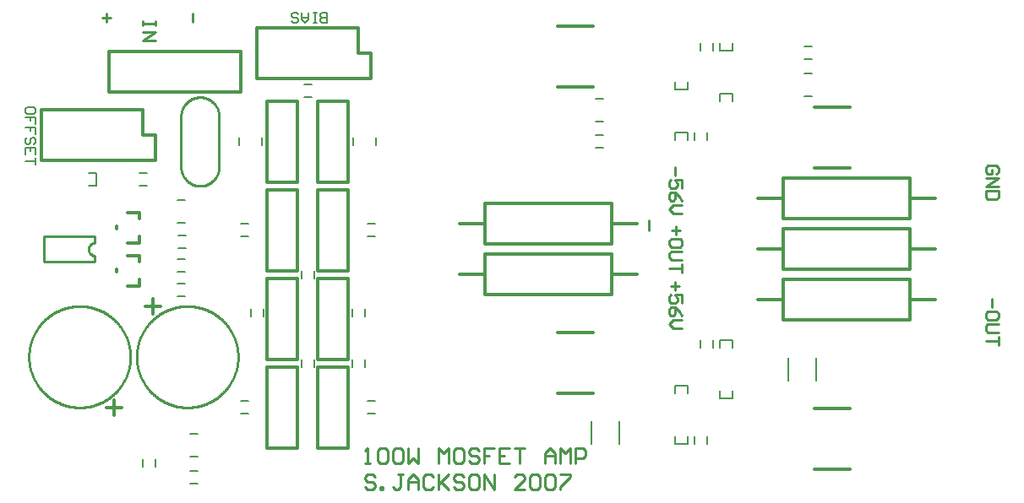
<source format=gto>
*%FSLAX25Y25*%
*%MOIN*%
G01*
%ADD11C,0.00600*%
%ADD12C,0.00733*%
%ADD13C,0.00800*%
%ADD14C,0.01000*%
%ADD15C,0.01200*%
%ADD16C,0.01500*%
%ADD17C,0.02000*%
%ADD18C,0.02500*%
%ADD19C,0.03000*%
%ADD20C,0.03000*%
%ADD21O,0.03000X0.08000*%
%ADD22O,0.03800X0.08800*%
%ADD23C,0.04000*%
%ADD24C,0.04000*%
%ADD25C,0.05000*%
%ADD26C,0.06000*%
%ADD27C,0.06800*%
%ADD28C,0.07000*%
%ADD29C,0.08000*%
%ADD30C,0.08000*%
%ADD31C,0.08800*%
%ADD32O,0.09000X0.07000*%
%ADD33O,0.09800X0.07800*%
%ADD34C,0.10000*%
%ADD35C,0.10000*%
%ADD36C,0.12000*%
%ADD37C,0.12000*%
%ADD38C,0.12500*%
%ADD39C,0.12800*%
%ADD40O,0.15000X0.12000*%
%ADD41O,0.15800X0.12800*%
%ADD42C,0.16500*%
%ADD43C,0.25000*%
%ADD44R,0.04000X0.04000*%
%ADD45R,0.04800X0.04800*%
%ADD46R,0.05000X0.04000*%
%ADD47R,0.05800X0.04800*%
%ADD48R,0.06000X0.06000*%
%ADD49R,0.06000X0.10000*%
%ADD50R,0.06800X0.06800*%
%ADD51R,0.06800X0.10800*%
%ADD52R,0.08000X0.20000*%
%ADD53R,0.08800X0.20800*%
%ADD54R,0.10000X0.06000*%
%ADD55R,0.10000X0.10000*%
%ADD56R,0.10000X0.24000*%
%ADD57R,0.10800X0.06800*%
%ADD58R,0.10800X0.24800*%
%ADD59R,0.12000X0.06000*%
%ADD60R,0.12800X0.06800*%
%ADD61R,0.20000X0.20000*%
D11*
X807999Y854001D02*
Y855333D01*
X807332Y856000D01*
X804666D01*
X804000Y855333D01*
Y854001D01*
X804666Y853334D01*
X807332D01*
X807999Y854001D01*
Y852001D02*
Y849335D01*
Y852001D02*
X805999D01*
Y850668D01*
Y852001D01*
X804000D01*
X807999Y848003D02*
Y845337D01*
Y848003D02*
X805999D01*
Y846670D01*
Y848003D01*
X804000D01*
X807999Y842005D02*
X807332Y841338D01*
X807999Y842005D02*
Y843337D01*
X807332Y844004D01*
X806666D01*
X805999Y843337D01*
Y842005D01*
X805333Y841338D01*
X804666D01*
X804000Y842005D01*
Y843337D01*
X804666Y844004D01*
X807999Y840005D02*
Y837339D01*
Y840005D02*
X804000D01*
Y837339D01*
X805999Y838672D02*
Y840005D01*
X807999Y836007D02*
Y833341D01*
Y834674D01*
X804000D01*
X923000Y889501D02*
Y893500D01*
X921001D01*
X920334Y892833D01*
Y892167D01*
X921001Y891501D01*
X923000D01*
X923001D01*
X923000D02*
X923001D01*
X923000D02*
X923001D01*
X923000D02*
X921001D01*
X920334Y890834D01*
Y890168D01*
X921001Y889501D01*
X923000D01*
X919001D02*
X917668D01*
X918335D01*
Y893500D01*
X919001D01*
X917668D01*
X915669D02*
Y890834D01*
X914336Y889501D01*
X913003Y890834D01*
Y893500D01*
Y891501D01*
X915669D01*
X909671Y889501D02*
X909005Y890168D01*
X909671Y889501D02*
X911004D01*
X911670Y890168D01*
Y890834D01*
X911004Y891501D01*
X909671D01*
X909005Y892167D01*
Y892833D01*
X909671Y893500D01*
X911004D01*
X911670Y892833D01*
D13*
X1060500Y723000D02*
X1065500D01*
Y726000D01*
X1060500D02*
Y723000D01*
X1073000Y843000D02*
Y846000D01*
X1068000D02*
Y843000D01*
X1032000Y845000D02*
X1029000D01*
Y840000D02*
X1032000D01*
Y859500D02*
X1029000D01*
Y850500D02*
X1032000D01*
X1038500Y732000D02*
Y723000D01*
X1027500D02*
Y732000D01*
X1060500Y846000D02*
X1065500D01*
X1060500D02*
Y843000D01*
X1065500D02*
Y846000D01*
X1073000Y726000D02*
Y723000D01*
X1068000D02*
Y726000D01*
X1065500Y863000D02*
X1060500D01*
X1065500D02*
Y866000D01*
X1060500D02*
Y863000D01*
X1065500Y746000D02*
Y743000D01*
X1060500D02*
Y746000D01*
X1065500D01*
X1111500Y880000D02*
X1114500D01*
Y875000D02*
X1111500D01*
Y869500D02*
X1114500D01*
Y860500D02*
X1111500D01*
X1116000Y757000D02*
Y748000D01*
X1105000D02*
Y757000D01*
X933000Y773500D02*
Y776500D01*
X938000D02*
Y773500D01*
X1078000Y878500D02*
Y881500D01*
X1083000D02*
Y878500D01*
X1078000D01*
X1083000Y764000D02*
Y761000D01*
X1078000D02*
Y764000D01*
X1083000D01*
X832000Y825000D02*
X829000D01*
Y830000D02*
X832000D01*
Y825000D01*
X850500Y717000D02*
Y714000D01*
X855500D02*
Y717000D01*
X869000Y707500D02*
X872000D01*
Y712500D02*
X869000D01*
X1075500Y878500D02*
Y881500D01*
X1070500D02*
Y878500D01*
X1075500Y764000D02*
Y761000D01*
X1070500D02*
Y764000D01*
X917000Y860000D02*
X914000D01*
Y865000D02*
X917000D01*
X939000Y805000D02*
X942000D01*
Y810000D02*
X939000D01*
Y735000D02*
X942000D01*
Y740000D02*
X939000D01*
X892000Y805000D02*
X889000D01*
Y810000D02*
X892000D01*
Y735000D02*
X889000D01*
Y740000D02*
X892000D01*
X918000Y753500D02*
Y756500D01*
X913000D02*
Y753500D01*
Y788500D02*
Y791500D01*
X918000D02*
Y788500D01*
X898000Y776500D02*
Y773500D01*
X893000D02*
Y776500D01*
X938000Y756500D02*
Y753500D01*
X933000D02*
Y756500D01*
X867000Y796000D02*
X864000D01*
Y791000D02*
X867000D01*
X852000Y830000D02*
X849000D01*
Y825000D02*
X852000D01*
X864000Y781500D02*
X867000D01*
Y786500D02*
X864000D01*
X864250Y800500D02*
X867250D01*
Y805500D02*
X864250D01*
X1083000Y858500D02*
Y861500D01*
X1078000D02*
Y858500D01*
Y861500D02*
X1083000D01*
Y741000D02*
X1078000D01*
X1083000D02*
Y744000D01*
X1078000D02*
Y741000D01*
X942500Y841000D02*
Y844000D01*
X933500D02*
Y841000D01*
X897500D02*
Y844000D01*
X888500D02*
Y841000D01*
X872000Y727000D02*
X869000D01*
Y718000D02*
X872000D01*
X867000Y810500D02*
X864000D01*
Y819500D02*
X867000D01*
D14*
X831500Y805000D02*
Y802500D01*
Y797500D02*
Y795000D01*
X811500D01*
Y805000D01*
X831500D01*
X865500Y832500D02*
Y852500D01*
X880500D02*
Y832500D01*
X1060499D02*
Y829168D01*
X1062998Y827502D02*
Y824169D01*
Y827502D02*
X1060499D01*
X1061332Y825835D01*
Y825002D01*
X1060499Y824169D01*
X1058833D01*
X1058000Y825002D01*
Y826669D01*
X1058833Y827502D01*
X1062165Y820837D02*
X1062998Y819171D01*
X1062165Y820837D02*
X1060499Y822503D01*
X1058833D01*
X1058000Y821670D01*
Y820004D01*
X1058833Y819171D01*
X1059666D01*
X1060499Y820004D01*
Y822503D01*
X1059666Y817505D02*
X1062998D01*
X1059666D02*
X1058000Y815839D01*
X1059666Y814173D01*
X1062998D01*
X1060499Y787000D02*
Y783668D01*
X1062165Y785334D02*
X1058833D01*
X1062998Y782002D02*
Y778669D01*
Y782002D02*
X1060499D01*
X1061332Y780335D01*
Y779502D01*
X1060499Y778669D01*
X1058833D01*
X1058000Y779502D01*
Y781169D01*
X1058833Y782002D01*
X1062165Y775337D02*
X1062998Y773671D01*
X1062165Y775337D02*
X1060499Y777003D01*
X1058833D01*
X1058000Y776170D01*
Y774504D01*
X1058833Y773671D01*
X1059666D01*
X1060499Y774504D01*
Y777003D01*
X1059666Y772005D02*
X1062998D01*
X1059666D02*
X1058000Y770339D01*
X1059666Y768673D01*
X1062998D01*
X1050001Y807500D02*
Y811499D01*
X1060615Y809250D02*
Y805918D01*
X1062281Y807584D02*
X1058949D01*
X1063114Y803419D02*
Y801752D01*
Y803419D02*
X1062281Y804252D01*
X1058949D01*
X1058116Y803419D01*
Y801752D01*
X1058949Y800919D01*
X1062281D01*
X1063114Y801752D01*
Y799253D02*
X1058949D01*
X1058116Y798420D01*
Y796754D01*
X1058949Y795921D01*
X1063114D01*
Y794255D02*
Y790923D01*
Y792589D01*
X1058116D01*
X869999Y889668D02*
Y893000D01*
X835999D02*
Y889668D01*
X837665Y891334D02*
X834333D01*
X855498Y890000D02*
Y888334D01*
Y889167D01*
X850500D01*
Y890000D01*
Y888334D01*
Y885835D02*
X855498D01*
X850500Y882502D01*
X855498D01*
X938000Y715500D02*
X939999D01*
X939000D01*
Y721498D01*
X939001D01*
X939000D02*
X938000Y720498D01*
X942998D02*
X943998Y721498D01*
X945997D01*
X946997Y720498D01*
Y716500D01*
X945997Y715500D01*
X943998D01*
X942998Y716500D01*
Y720498D01*
X948996D02*
X949996Y721498D01*
X951995D01*
X952995Y720498D01*
Y716500D01*
X951995Y715500D01*
X949996D01*
X948996Y716500D01*
Y720498D01*
X954994Y721498D02*
Y715500D01*
X956994Y717499D01*
X958993Y715500D01*
Y721498D01*
X966991D02*
Y715500D01*
X968990Y719499D02*
X966991Y721498D01*
X968990Y719499D02*
X970989Y721498D01*
Y715500D01*
X973988Y721498D02*
X975988D01*
X973988D02*
X972989Y720498D01*
Y716500D01*
X973988Y715500D01*
X975988D01*
X976987Y716500D01*
Y720498D01*
X975988Y721498D01*
X981986D02*
X982985Y720498D01*
X981986Y721498D02*
X979986D01*
X978987Y720498D01*
Y719499D01*
X979986Y718499D01*
X981986D01*
X982985Y717499D01*
Y716500D01*
X981986Y715500D01*
X979986D01*
X978987Y716500D01*
X984985Y721498D02*
X988983D01*
X984985D02*
Y718499D01*
X986984D01*
X984985D01*
Y715500D01*
X990983Y721498D02*
X994982D01*
X990983D02*
Y715500D01*
X994982D01*
X992982Y718499D02*
X990983D01*
X996981Y721498D02*
X1000980D01*
X998980D01*
Y715500D01*
X1008977D02*
Y719499D01*
X1010976Y721498D01*
X1012976Y719499D01*
Y715500D01*
Y718499D01*
X1008977D01*
X1014975Y715500D02*
Y721498D01*
X1016975Y719499D01*
X1018974Y721498D01*
Y715500D01*
X1020973D02*
Y721498D01*
X1023972D01*
X1024972Y720498D01*
Y718499D01*
X1023972Y717499D01*
X1020973D01*
X941999Y709998D02*
X940999Y710998D01*
X939000D01*
X938000Y709998D01*
Y708999D01*
X939000Y707999D01*
X940999D01*
X941999Y706999D01*
Y706000D01*
X940999Y705000D01*
X939000D01*
X938000Y706000D01*
X943998D02*
Y705000D01*
Y706000D02*
X944998D01*
Y705000D01*
X943998D01*
X950996Y710998D02*
X952995D01*
X951995D02*
X950996D01*
X951995D02*
Y706000D01*
X950996Y705000D01*
X949996D01*
X948996Y706000D01*
X954994Y705000D02*
Y708999D01*
X956994Y710998D01*
X958993Y708999D01*
Y705000D01*
Y707999D01*
X954994D01*
X963992Y710998D02*
X964991Y709998D01*
X963992Y710998D02*
X961992D01*
X960993Y709998D01*
Y706000D01*
X961992Y705000D01*
X963992D01*
X964991Y706000D01*
X966991Y705000D02*
Y710998D01*
Y706999D02*
Y705000D01*
Y706999D02*
X970989Y710998D01*
X967990Y707999D01*
X970989Y705000D01*
X976987Y709998D02*
X975988Y710998D01*
X973988D01*
X972989Y709998D01*
Y708999D01*
X973988Y707999D01*
X975988D01*
X976987Y706999D01*
Y706000D01*
X975988Y705000D01*
X973988D01*
X972989Y706000D01*
X979986Y710998D02*
X981986D01*
X979986D02*
X978987Y709998D01*
Y706000D01*
X979986Y705000D01*
X981986D01*
X982985Y706000D01*
Y709998D01*
X981986Y710998D01*
X984985D02*
Y705000D01*
X988983D02*
X984985Y710998D01*
X988983D02*
Y705000D01*
X996981D02*
X1000980D01*
X996981D02*
X1000980Y708999D01*
Y709998D01*
X999980Y710998D01*
X997981D01*
X996981Y709998D01*
X1002979D02*
X1003979Y710998D01*
X1005978D01*
X1006978Y709998D01*
Y706000D01*
X1005978Y705000D01*
X1003979D01*
X1002979Y706000D01*
Y709998D01*
X1008977D02*
X1009977Y710998D01*
X1011976D01*
X1012976Y709998D01*
Y706000D01*
X1011976Y705000D01*
X1009977D01*
X1008977Y706000D01*
Y709998D01*
X1014975Y710998D02*
X1018974D01*
Y709998D01*
X1014975Y706000D01*
Y705000D01*
X1187165Y829668D02*
X1187998Y830501D01*
Y832167D01*
X1187165Y833000D01*
X1183833D01*
X1183000Y832167D01*
Y830501D01*
X1183833Y829668D01*
X1185499D01*
Y831334D01*
X1183000Y828002D02*
X1187998D01*
X1183000Y824669D01*
X1187998D01*
Y823003D02*
X1183000D01*
Y820504D01*
X1183833Y819671D01*
X1187165D01*
X1187998Y820504D01*
Y823003D01*
X1185499Y780500D02*
Y777168D01*
X1187998Y774669D02*
Y773002D01*
Y774669D02*
X1187165Y775502D01*
X1183833D01*
X1183000Y774669D01*
Y773002D01*
X1183833Y772169D01*
X1187165D01*
X1187998Y773002D01*
Y770503D02*
X1183833D01*
X1183000Y769670D01*
Y768004D01*
X1183833Y767171D01*
X1187998D01*
Y765505D02*
Y762173D01*
Y763839D01*
X1183000D01*
X831500Y797500D02*
X831174Y797521D01*
X830853Y797585D01*
X830543Y797690D01*
X830250Y797835D01*
X829978Y798017D01*
X829732Y798232D01*
X829517Y798478D01*
X829335Y798750D01*
X829190Y799043D01*
X829085Y799353D01*
X829021Y799674D01*
X829000Y800000D01*
X829021Y800326D01*
X829085Y800647D01*
X829190Y800957D01*
X829335Y801250D01*
X829517Y801522D01*
X829732Y801768D01*
X829978Y801983D01*
X830250Y802165D01*
X830543Y802310D01*
X830853Y802415D01*
X831174Y802479D01*
X831500Y802500D01*
X888000Y757500D02*
X887997Y757168D01*
X887989Y756835D01*
X887975Y756503D01*
X887956Y756171D01*
X887931Y755840D01*
X887901Y755509D01*
X887865Y755178D01*
X887823Y754848D01*
X887777Y754519D01*
X887724Y754191D01*
X887667Y753864D01*
X887603Y753537D01*
X887535Y753212D01*
X887461Y752888D01*
X887382Y752565D01*
X887297Y752243D01*
X887207Y751923D01*
X887111Y751605D01*
X887011Y751288D01*
X886905Y750973D01*
X886794Y750660D01*
X886678Y750348D01*
X886556Y750039D01*
X886430Y749731D01*
X886298Y749426D01*
X886161Y749123D01*
X886019Y748822D01*
X885873Y748524D01*
X885721Y748228D01*
X885564Y747935D01*
X885403Y747644D01*
X885237Y747356D01*
X885066Y747071D01*
X884890Y746789D01*
X884710Y746510D01*
X884525Y746234D01*
X884335Y745960D01*
X884141Y745691D01*
X883943Y745424D01*
X883740Y745161D01*
X883533Y744901D01*
X883321Y744644D01*
X883105Y744391D01*
X882885Y744142D01*
X882661Y743897D01*
X882433Y743655D01*
X882201Y743417D01*
X881965Y743183D01*
X881725Y742952D01*
X881481Y742726D01*
X881234Y742504D01*
X880983Y742286D01*
X880728Y742073D01*
X880470Y741863D01*
X880208Y741658D01*
X879943Y741457D01*
X879675Y741261D01*
X879403Y741069D01*
X879129Y740882D01*
X878851Y740699D01*
X878570Y740521D01*
X878286Y740348D01*
X878000Y740180D01*
X877711Y740016D01*
X877419Y739857D01*
X877124Y739703D01*
X876827Y739553D01*
X876528Y739409D01*
X876226Y739270D01*
X875922Y739136D01*
X875615Y739006D01*
X875307Y738882D01*
X874996Y738764D01*
X874684Y738650D01*
X874370Y738541D01*
X874054Y738438D01*
X873736Y738340D01*
X873417Y738248D01*
X873096Y738160D01*
X872774Y738078D01*
X872450Y738001D01*
X872126Y737930D01*
X871800Y737864D01*
X871473Y737804D01*
X871145Y737749D01*
X870816Y737699D01*
X870487Y737655D01*
X870157Y737617D01*
X869826Y737584D01*
X869495Y737556D01*
X869163Y737534D01*
X868831Y737517D01*
X868499Y737506D01*
X868166Y737501D01*
X867834D01*
X867501Y737506D01*
X867169Y737517D01*
X866837Y737534D01*
X866505Y737556D01*
X866174Y737584D01*
X865843Y737617D01*
X865513Y737655D01*
X865184Y737699D01*
X864855Y737749D01*
X864527Y737804D01*
X864200Y737864D01*
X863874Y737930D01*
X863550Y738001D01*
X863226Y738078D01*
X862904Y738160D01*
X862583Y738248D01*
X862264Y738340D01*
X861946Y738438D01*
X861630Y738541D01*
X861316Y738650D01*
X861004Y738764D01*
X860693Y738882D01*
X860385Y739006D01*
X860078Y739136D01*
X859774Y739270D01*
X859472Y739409D01*
X859173Y739553D01*
X858876Y739703D01*
X858581Y739857D01*
X858289Y740016D01*
X858000Y740180D01*
X857714Y740348D01*
X857430Y740521D01*
X857149Y740699D01*
X856871Y740882D01*
X856597Y741069D01*
X856325Y741261D01*
X856057Y741457D01*
X855792Y741658D01*
X855530Y741863D01*
X855272Y742073D01*
X855017Y742286D01*
X854766Y742504D01*
X854519Y742726D01*
X854275Y742952D01*
X854035Y743183D01*
X853799Y743417D01*
X853567Y743655D01*
X853339Y743897D01*
X853115Y744142D01*
X852895Y744391D01*
X852679Y744644D01*
X852467Y744901D01*
X852260Y745161D01*
X852057Y745424D01*
X851859Y745691D01*
X851665Y745960D01*
X851475Y746234D01*
X851290Y746510D01*
X851110Y746789D01*
X850934Y747071D01*
X850763Y747356D01*
X850597Y747644D01*
X850436Y747935D01*
X850279Y748228D01*
X850127Y748524D01*
X849981Y748822D01*
X849839Y749123D01*
X849702Y749426D01*
X849570Y749731D01*
X849444Y750039D01*
X849322Y750348D01*
X849206Y750660D01*
X849095Y750973D01*
X848989Y751288D01*
X848889Y751605D01*
X848793Y751923D01*
X848703Y752243D01*
X848618Y752565D01*
X848539Y752888D01*
X848465Y753212D01*
X848397Y753537D01*
X848333Y753864D01*
X848276Y754191D01*
X848223Y754519D01*
X848177Y754848D01*
X848135Y755178D01*
X848099Y755509D01*
X848069Y755840D01*
X848044Y756171D01*
X848025Y756503D01*
X848011Y756835D01*
X848003Y757168D01*
X848000Y757500D01*
X848003Y757832D01*
X848011Y758165D01*
X848025Y758497D01*
X848044Y758829D01*
X848069Y759160D01*
X848099Y759491D01*
X848135Y759822D01*
X848177Y760152D01*
X848223Y760481D01*
X848276Y760809D01*
X848333Y761136D01*
X848397Y761463D01*
X848465Y761788D01*
X848539Y762112D01*
X848618Y762435D01*
X848703Y762757D01*
X848793Y763077D01*
X848889Y763395D01*
X848989Y763712D01*
X849095Y764027D01*
X849206Y764340D01*
X849322Y764652D01*
X849444Y764961D01*
X849570Y765269D01*
X849702Y765574D01*
X849839Y765877D01*
X849981Y766178D01*
X850127Y766476D01*
X850279Y766772D01*
X850436Y767065D01*
X850597Y767356D01*
X850763Y767644D01*
X850934Y767929D01*
X851110Y768211D01*
X851290Y768490D01*
X851475Y768766D01*
X851665Y769040D01*
X851859Y769309D01*
X852057Y769576D01*
X852260Y769839D01*
X852467Y770099D01*
X852679Y770356D01*
X852895Y770609D01*
X853115Y770858D01*
X853339Y771103D01*
X853567Y771345D01*
X853799Y771583D01*
X854035Y771817D01*
X854275Y772048D01*
X854519Y772274D01*
X854766Y772496D01*
X855017Y772714D01*
X855272Y772927D01*
X855530Y773137D01*
X855792Y773342D01*
X856057Y773543D01*
X856325Y773739D01*
X856597Y773931D01*
X856871Y774118D01*
X857149Y774301D01*
X857430Y774479D01*
X857714Y774652D01*
X858000Y774820D01*
X858289Y774984D01*
X858581Y775143D01*
X858876Y775297D01*
X859173Y775447D01*
X859472Y775591D01*
X859774Y775730D01*
X860078Y775864D01*
X860385Y775994D01*
X860693Y776118D01*
X861004Y776236D01*
X861316Y776350D01*
X861630Y776459D01*
X861946Y776562D01*
X862264Y776660D01*
X862583Y776752D01*
X862904Y776840D01*
X863226Y776922D01*
X863550Y776999D01*
X863874Y777070D01*
X864200Y777136D01*
X864527Y777196D01*
X864855Y777251D01*
X865184Y777301D01*
X865513Y777345D01*
X865843Y777383D01*
X866174Y777416D01*
X866505Y777444D01*
X866837Y777466D01*
X867169Y777483D01*
X867501Y777494D01*
X867834Y777499D01*
X868166D01*
X868499Y777494D01*
X868831Y777483D01*
X869163Y777466D01*
X869495Y777444D01*
X869826Y777416D01*
X870157Y777383D01*
X870487Y777345D01*
X870816Y777301D01*
X871145Y777251D01*
X871473Y777196D01*
X871800Y777136D01*
X872126Y777070D01*
X872450Y776999D01*
X872774Y776922D01*
X873096Y776840D01*
X873417Y776752D01*
X873736Y776660D01*
X874054Y776562D01*
X874370Y776459D01*
X874684Y776350D01*
X874996Y776236D01*
X875307Y776118D01*
X875615Y775994D01*
X875922Y775864D01*
X876226Y775730D01*
X876528Y775591D01*
X876827Y775447D01*
X877124Y775297D01*
X877419Y775143D01*
X877711Y774984D01*
X878000Y774820D01*
X878286Y774652D01*
X878570Y774479D01*
X878851Y774301D01*
X879129Y774118D01*
X879403Y773931D01*
X879675Y773739D01*
X879943Y773543D01*
X880208Y773342D01*
X880470Y773137D01*
X880728Y772927D01*
X880983Y772714D01*
X881234Y772496D01*
X881481Y772274D01*
X881725Y772048D01*
X881965Y771817D01*
X882201Y771583D01*
X882433Y771345D01*
X882661Y771103D01*
X882885Y770858D01*
X883105Y770609D01*
X883321Y770356D01*
X883533Y770099D01*
X883740Y769839D01*
X883943Y769576D01*
X884141Y769309D01*
X884335Y769040D01*
X884525Y768766D01*
X884710Y768490D01*
X884890Y768211D01*
X885066Y767929D01*
X885237Y767644D01*
X885403Y767356D01*
X885564Y767065D01*
X885721Y766772D01*
X885873Y766476D01*
X886019Y766178D01*
X886161Y765877D01*
X886298Y765574D01*
X886430Y765269D01*
X886556Y764961D01*
X886678Y764652D01*
X886794Y764340D01*
X886905Y764027D01*
X887011Y763712D01*
X887111Y763395D01*
X887207Y763077D01*
X887297Y762757D01*
X887382Y762435D01*
X887461Y762112D01*
X887535Y761788D01*
X887603Y761463D01*
X887667Y761136D01*
X887724Y760809D01*
X887777Y760481D01*
X887823Y760152D01*
X887865Y759822D01*
X887901Y759491D01*
X887931Y759160D01*
X887956Y758829D01*
X887975Y758497D01*
X887989Y758165D01*
X887997Y757832D01*
X888000Y757500D01*
X880500Y832500D02*
X880493Y832173D01*
X880472Y831846D01*
X880436Y831521D01*
X880386Y831198D01*
X880322Y830877D01*
X880244Y830559D01*
X880153Y830245D01*
X880048Y829935D01*
X879929Y829630D01*
X879797Y829330D01*
X879653Y829037D01*
X879495Y828750D01*
X879325Y828470D01*
X879144Y828198D01*
X878950Y827934D01*
X878745Y827679D01*
X878530Y827433D01*
X878303Y827197D01*
X878067Y826970D01*
X877821Y826755D01*
X877566Y826550D01*
X877302Y826356D01*
X877030Y826175D01*
X876750Y826005D01*
X876463Y825847D01*
X876170Y825703D01*
X875870Y825571D01*
X875565Y825452D01*
X875255Y825347D01*
X874941Y825256D01*
X874623Y825178D01*
X874302Y825114D01*
X873979Y825064D01*
X873654Y825028D01*
X873327Y825007D01*
X873000Y825000D01*
X872673Y825007D01*
X872346Y825028D01*
X872021Y825064D01*
X871698Y825114D01*
X871377Y825178D01*
X871059Y825256D01*
X870745Y825347D01*
X870435Y825452D01*
X870130Y825571D01*
X869830Y825703D01*
X869537Y825847D01*
X869250Y826005D01*
X868970Y826175D01*
X868698Y826356D01*
X868434Y826550D01*
X868179Y826755D01*
X867933Y826970D01*
X867697Y827197D01*
X867470Y827433D01*
X867255Y827679D01*
X867050Y827934D01*
X866856Y828198D01*
X866675Y828470D01*
X866505Y828750D01*
X866347Y829037D01*
X866203Y829330D01*
X866071Y829630D01*
X865952Y829935D01*
X865847Y830245D01*
X865756Y830559D01*
X865678Y830877D01*
X865614Y831198D01*
X865564Y831521D01*
X865528Y831846D01*
X865507Y832173D01*
X865500Y832500D01*
Y852500D02*
X865507Y852827D01*
X865528Y853154D01*
X865564Y853479D01*
X865614Y853802D01*
X865678Y854123D01*
X865756Y854441D01*
X865847Y854755D01*
X865952Y855065D01*
X866071Y855370D01*
X866203Y855670D01*
X866347Y855963D01*
X866505Y856250D01*
X866675Y856530D01*
X866856Y856802D01*
X867050Y857066D01*
X867255Y857321D01*
X867470Y857567D01*
X867697Y857803D01*
X867933Y858030D01*
X868179Y858245D01*
X868434Y858450D01*
X868698Y858644D01*
X868970Y858825D01*
X869250Y858995D01*
X869537Y859153D01*
X869830Y859297D01*
X870130Y859429D01*
X870435Y859548D01*
X870745Y859653D01*
X871059Y859744D01*
X871377Y859822D01*
X871698Y859886D01*
X872021Y859936D01*
X872346Y859972D01*
X872673Y859993D01*
X873000Y860000D01*
X873327Y859993D01*
X873654Y859972D01*
X873979Y859936D01*
X874302Y859886D01*
X874623Y859822D01*
X874941Y859744D01*
X875255Y859653D01*
X875565Y859548D01*
X875870Y859429D01*
X876170Y859297D01*
X876463Y859153D01*
X876750Y858995D01*
X877030Y858825D01*
X877302Y858644D01*
X877566Y858450D01*
X877821Y858245D01*
X878067Y858030D01*
X878303Y857803D01*
X878530Y857567D01*
X878745Y857321D01*
X878950Y857066D01*
X879144Y856802D01*
X879325Y856530D01*
X879495Y856250D01*
X879653Y855963D01*
X879797Y855670D01*
X879929Y855370D01*
X880048Y855065D01*
X880153Y854755D01*
X880244Y854441D01*
X880322Y854123D01*
X880386Y853802D01*
X880436Y853479D01*
X880472Y853154D01*
X880493Y852827D01*
X880500Y852500D01*
X845500Y757500D02*
X845497Y757168D01*
X845489Y756835D01*
X845475Y756503D01*
X845456Y756171D01*
X845431Y755840D01*
X845401Y755509D01*
X845365Y755178D01*
X845323Y754848D01*
X845277Y754519D01*
X845224Y754191D01*
X845167Y753864D01*
X845103Y753537D01*
X845035Y753212D01*
X844961Y752888D01*
X844882Y752565D01*
X844797Y752243D01*
X844707Y751923D01*
X844611Y751605D01*
X844511Y751288D01*
X844405Y750973D01*
X844294Y750660D01*
X844178Y750348D01*
X844056Y750039D01*
X843930Y749731D01*
X843798Y749426D01*
X843661Y749123D01*
X843519Y748822D01*
X843373Y748524D01*
X843221Y748228D01*
X843064Y747935D01*
X842903Y747644D01*
X842737Y747356D01*
X842566Y747071D01*
X842390Y746789D01*
X842210Y746510D01*
X842025Y746234D01*
X841835Y745960D01*
X841641Y745691D01*
X841443Y745424D01*
X841240Y745161D01*
X841033Y744901D01*
X840821Y744644D01*
X840605Y744391D01*
X840385Y744142D01*
X840161Y743897D01*
X839933Y743655D01*
X839701Y743417D01*
X839465Y743183D01*
X839225Y742952D01*
X838981Y742726D01*
X838734Y742504D01*
X838483Y742286D01*
X838228Y742073D01*
X837970Y741863D01*
X837708Y741658D01*
X837443Y741457D01*
X837175Y741261D01*
X836903Y741069D01*
X836629Y740882D01*
X836351Y740699D01*
X836070Y740521D01*
X835786Y740348D01*
X835500Y740180D01*
X835211Y740016D01*
X834919Y739857D01*
X834624Y739703D01*
X834327Y739553D01*
X834028Y739409D01*
X833726Y739270D01*
X833422Y739136D01*
X833115Y739006D01*
X832807Y738882D01*
X832496Y738764D01*
X832184Y738650D01*
X831870Y738541D01*
X831554Y738438D01*
X831236Y738340D01*
X830917Y738248D01*
X830596Y738160D01*
X830274Y738078D01*
X829950Y738001D01*
X829626Y737930D01*
X829300Y737864D01*
X828973Y737804D01*
X828645Y737749D01*
X828316Y737699D01*
X827987Y737655D01*
X827657Y737617D01*
X827326Y737584D01*
X826995Y737556D01*
X826663Y737534D01*
X826331Y737517D01*
X825999Y737506D01*
X825666Y737501D01*
X825334D01*
X825001Y737506D01*
X824669Y737517D01*
X824337Y737534D01*
X824005Y737556D01*
X823674Y737584D01*
X823343Y737617D01*
X823013Y737655D01*
X822684Y737699D01*
X822355Y737749D01*
X822027Y737804D01*
X821700Y737864D01*
X821374Y737930D01*
X821050Y738001D01*
X820726Y738078D01*
X820404Y738160D01*
X820083Y738248D01*
X819764Y738340D01*
X819446Y738438D01*
X819130Y738541D01*
X818816Y738650D01*
X818504Y738764D01*
X818193Y738882D01*
X817885Y739006D01*
X817578Y739136D01*
X817274Y739270D01*
X816972Y739409D01*
X816673Y739553D01*
X816376Y739703D01*
X816081Y739857D01*
X815789Y740016D01*
X815500Y740180D01*
X815214Y740348D01*
X814930Y740521D01*
X814649Y740699D01*
X814371Y740882D01*
X814097Y741069D01*
X813825Y741261D01*
X813557Y741457D01*
X813292Y741658D01*
X813030Y741863D01*
X812772Y742073D01*
X812517Y742286D01*
X812266Y742504D01*
X812019Y742726D01*
X811775Y742952D01*
X811535Y743183D01*
X811299Y743417D01*
X811067Y743655D01*
X810839Y743897D01*
X810615Y744142D01*
X810395Y744391D01*
X810179Y744644D01*
X809968Y744901D01*
X809760Y745161D01*
X809557Y745424D01*
X809359Y745691D01*
X809165Y745960D01*
X808975Y746234D01*
X808790Y746510D01*
X808610Y746789D01*
X808434Y747071D01*
X808263Y747356D01*
X808097Y747644D01*
X807936Y747935D01*
X807779Y748228D01*
X807627Y748524D01*
X807481Y748822D01*
X807339Y749123D01*
X807202Y749426D01*
X807070Y749731D01*
X806944Y750039D01*
X806822Y750348D01*
X806706Y750660D01*
X806595Y750973D01*
X806489Y751288D01*
X806389Y751605D01*
X806293Y751923D01*
X806203Y752243D01*
X806119Y752565D01*
X806039Y752888D01*
X805965Y753212D01*
X805897Y753537D01*
X805833Y753864D01*
X805776Y754191D01*
X805723Y754519D01*
X805677Y754848D01*
X805635Y755178D01*
X805599Y755509D01*
X805569Y755840D01*
X805544Y756171D01*
X805525Y756503D01*
X805511Y756835D01*
X805503Y757168D01*
X805500Y757500D01*
X805503Y757832D01*
X805511Y758165D01*
X805525Y758497D01*
X805544Y758829D01*
X805569Y759160D01*
X805599Y759491D01*
X805635Y759822D01*
X805677Y760152D01*
X805723Y760481D01*
X805776Y760809D01*
X805833Y761136D01*
X805897Y761463D01*
X805965Y761788D01*
X806039Y762112D01*
X806119Y762435D01*
X806203Y762757D01*
X806293Y763077D01*
X806389Y763395D01*
X806489Y763712D01*
X806595Y764027D01*
X806706Y764340D01*
X806822Y764652D01*
X806944Y764961D01*
X807070Y765269D01*
X807202Y765574D01*
X807339Y765877D01*
X807481Y766178D01*
X807627Y766476D01*
X807779Y766772D01*
X807936Y767065D01*
X808097Y767356D01*
X808263Y767644D01*
X808434Y767929D01*
X808610Y768211D01*
X808790Y768490D01*
X808975Y768766D01*
X809165Y769040D01*
X809359Y769309D01*
X809557Y769576D01*
X809760Y769839D01*
X809968Y770099D01*
X810179Y770356D01*
X810395Y770609D01*
X810615Y770858D01*
X810839Y771103D01*
X811067Y771345D01*
X811299Y771583D01*
X811535Y771817D01*
X811775Y772048D01*
X812019Y772274D01*
X812266Y772496D01*
X812517Y772714D01*
X812772Y772927D01*
X813030Y773137D01*
X813292Y773342D01*
X813557Y773543D01*
X813825Y773739D01*
X814097Y773931D01*
X814371Y774118D01*
X814649Y774301D01*
X814930Y774479D01*
X815214Y774652D01*
X815500Y774820D01*
X815789Y774984D01*
X816081Y775143D01*
X816376Y775297D01*
X816673Y775447D01*
X816972Y775591D01*
X817274Y775730D01*
X817578Y775864D01*
X817885Y775994D01*
X818193Y776118D01*
X818504Y776236D01*
X818816Y776350D01*
X819130Y776459D01*
X819446Y776562D01*
X819764Y776660D01*
X820083Y776752D01*
X820404Y776840D01*
X820726Y776922D01*
X821050Y776999D01*
X821374Y777070D01*
X821700Y777136D01*
X822027Y777196D01*
X822355Y777251D01*
X822684Y777301D01*
X823013Y777345D01*
X823343Y777383D01*
X823674Y777416D01*
X824005Y777444D01*
X824337Y777466D01*
X824669Y777483D01*
X825001Y777494D01*
X825334Y777499D01*
X825666D01*
X825999Y777494D01*
X826331Y777483D01*
X826663Y777466D01*
X826995Y777444D01*
X827326Y777416D01*
X827657Y777383D01*
X827987Y777345D01*
X828316Y777301D01*
X828645Y777251D01*
X828973Y777196D01*
X829300Y777136D01*
X829626Y777070D01*
X829950Y776999D01*
X830274Y776922D01*
X830596Y776840D01*
X830917Y776752D01*
X831236Y776660D01*
X831554Y776562D01*
X831870Y776459D01*
X832184Y776350D01*
X832496Y776236D01*
X832807Y776118D01*
X833115Y775994D01*
X833422Y775864D01*
X833726Y775730D01*
X834028Y775591D01*
X834327Y775447D01*
X834624Y775297D01*
X834919Y775143D01*
X835211Y774984D01*
X835500Y774820D01*
X835786Y774652D01*
X836070Y774479D01*
X836351Y774301D01*
X836629Y774118D01*
X836903Y773931D01*
X837175Y773739D01*
X837443Y773543D01*
X837708Y773342D01*
X837970Y773137D01*
X838228Y772927D01*
X838483Y772714D01*
X838734Y772496D01*
X838981Y772274D01*
X839225Y772048D01*
X839465Y771817D01*
X839701Y771583D01*
X839933Y771345D01*
X840161Y771103D01*
X840385Y770858D01*
X840605Y770609D01*
X840821Y770356D01*
X841033Y770099D01*
X841240Y769839D01*
X841443Y769576D01*
X841641Y769309D01*
X841835Y769040D01*
X842025Y768766D01*
X842210Y768490D01*
X842390Y768211D01*
X842566Y767929D01*
X842737Y767644D01*
X842903Y767356D01*
X843064Y767065D01*
X843221Y766772D01*
X843373Y766476D01*
X843519Y766178D01*
X843661Y765877D01*
X843798Y765574D01*
X843930Y765269D01*
X844056Y764961D01*
X844178Y764652D01*
X844294Y764340D01*
X844405Y764027D01*
X844511Y763712D01*
X844611Y763395D01*
X844707Y763077D01*
X844797Y762757D01*
X844882Y762435D01*
X844961Y762112D01*
X845035Y761788D01*
X845103Y761463D01*
X845167Y761136D01*
X845224Y760809D01*
X845277Y760481D01*
X845323Y760152D01*
X845365Y759822D01*
X845401Y759491D01*
X845431Y759160D01*
X845456Y758829D01*
X845475Y758497D01*
X845489Y758165D01*
X845497Y757832D01*
X845500Y757500D01*
D15*
X985500Y782000D02*
X1035500D01*
X985500D02*
Y798000D01*
X1035500D01*
Y782000D01*
Y790000D02*
X1045500D01*
X985500D02*
X975500D01*
X985500Y802000D02*
X1035500D01*
X985500D02*
Y818000D01*
X1035500D01*
Y802000D01*
Y810000D02*
X1045500D01*
X985500D02*
X975500D01*
X1014000Y864000D02*
X1028000D01*
Y888000D02*
X1014000D01*
Y743000D02*
X1028000D01*
Y767000D02*
X1014000D01*
X895500Y867500D02*
Y887500D01*
Y867500D02*
X940500D01*
Y877500D01*
X935500D01*
Y887500D01*
X895500D01*
X850500Y855000D02*
X810500D01*
X850500D02*
Y845000D01*
X855500D01*
Y835000D01*
X810500D01*
Y855000D01*
X1153000Y800000D02*
X1163000D01*
X1103000D02*
X1093000D01*
X1103000Y792000D02*
Y808000D01*
Y792000D02*
X1153000D01*
Y808000D01*
X1103000D01*
X1153000Y780000D02*
X1163000D01*
X1103000D02*
X1093000D01*
X1103000Y772000D02*
Y788000D01*
Y772000D02*
X1153000D01*
Y788000D01*
X1103000D01*
X931500Y826500D02*
X919500D01*
Y858500D01*
X931500D01*
Y826500D01*
X911500Y858500D02*
X899500D01*
X911500D02*
Y826500D01*
X899500D01*
Y858500D01*
X919500Y791500D02*
X931500D01*
X919500D02*
Y823500D01*
X931500D01*
Y791500D01*
Y721500D02*
X919500D01*
Y753500D01*
X931500D01*
Y721500D01*
X911500Y823500D02*
X899500D01*
X911500D02*
Y791500D01*
X899500D01*
Y823500D01*
Y753500D02*
X911500D01*
Y721500D01*
X899500D01*
Y753500D01*
Y788500D02*
X911500D01*
Y756500D01*
X899500D01*
Y788500D01*
X931500D02*
Y756500D01*
Y788500D02*
X919500D01*
Y756500D01*
X931500D01*
X849000Y795000D02*
Y797500D01*
X840000Y792000D02*
Y791000D01*
X849000Y788000D02*
Y785500D01*
Y797500D02*
X844500D01*
Y785500D02*
X849000D01*
Y812000D02*
Y814500D01*
X840000Y809000D02*
Y808000D01*
X849000Y805000D02*
Y802500D01*
Y814500D02*
X844500D01*
Y802500D02*
X849000D01*
X851500Y777500D02*
X857500D01*
X854500Y774500D02*
Y780500D01*
X837000Y878000D02*
X889000D01*
Y862000D01*
X837000D01*
Y878000D01*
X836000Y737500D02*
X842000D01*
X839000Y734500D02*
Y740500D01*
X1115500Y713000D02*
X1129500D01*
Y737000D02*
X1115500D01*
Y832000D02*
X1129500D01*
Y856000D02*
X1115500D01*
X1153000Y820000D02*
X1163000D01*
X1103000D02*
X1093000D01*
X1103000Y812000D02*
Y828000D01*
Y812000D02*
X1153000D01*
Y828000D01*
X1103000D01*
D02*
M02*

</source>
